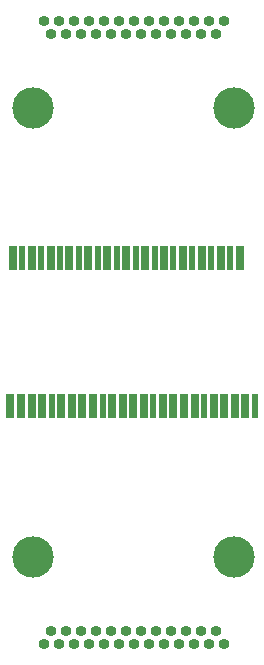
<source format=gbr>
%TF.GenerationSoftware,KiCad,Pcbnew,7.0.2*%
%TF.CreationDate,2023-10-04T18:59:29-06:00*%
%TF.ProjectId,micro-d-tes-aaray,6d696372-6f2d-4642-9d74-65732d616172,rev?*%
%TF.SameCoordinates,Original*%
%TF.FileFunction,Soldermask,Top*%
%TF.FilePolarity,Negative*%
%FSLAX46Y46*%
G04 Gerber Fmt 4.6, Leading zero omitted, Abs format (unit mm)*
G04 Created by KiCad (PCBNEW 7.0.2) date 2023-10-04 18:59:29*
%MOMM*%
%LPD*%
G01*
G04 APERTURE LIST*
%ADD10R,0.500000X2.000000*%
%ADD11R,0.700000X2.000000*%
%ADD12C,3.500000*%
%ADD13O,0.920000X0.920000*%
G04 APERTURE END LIST*
D10*
%TO.C,J17*%
X21100000Y-25500000D03*
%TD*%
D11*
%TO.C,J5*%
X20300000Y-25500000D03*
%TD*%
%TO.C,D11*%
X24500000Y-38000000D03*
%TD*%
D10*
%TO.C,D8*%
X19400000Y-38000000D03*
%TD*%
D11*
%TO.C,D22*%
X22000000Y-38000000D03*
%TD*%
%TO.C,D14*%
X8200000Y-38000000D03*
%TD*%
%TO.C,D6*%
X15900000Y-38000000D03*
%TD*%
%TO.C,J7*%
X17100000Y-25500000D03*
%TD*%
%TO.C,J11*%
X10700000Y-25500000D03*
%TD*%
D10*
%TO.C,J21*%
X14700000Y-25500000D03*
%TD*%
D12*
%TO.C,H1*%
X9250000Y-50750000D03*
%TD*%
D11*
%TO.C,D16*%
X11600000Y-38000000D03*
%TD*%
D10*
%TO.C,J20*%
X16300000Y-25500000D03*
%TD*%
D11*
%TO.C,J3*%
X23500000Y-25500000D03*
%TD*%
D12*
%TO.C,H4*%
X9250000Y-12750000D03*
%TD*%
D11*
%TO.C,J9*%
X13900000Y-25500000D03*
%TD*%
D10*
%TO.C,J15*%
X24300000Y-25500000D03*
%TD*%
D11*
%TO.C,J13*%
X7500000Y-25500000D03*
%TD*%
D10*
%TO.C,J25*%
X8300000Y-25500000D03*
%TD*%
D12*
%TO.C,H3*%
X26250000Y-50750000D03*
%TD*%
D11*
%TO.C,D5*%
X14300000Y-38000000D03*
%TD*%
%TO.C,D9*%
X21100000Y-38000000D03*
%TD*%
%TO.C,D4*%
X12500000Y-38000000D03*
%TD*%
%TO.C,D17*%
X13400000Y-38000000D03*
%TD*%
%TO.C,D7*%
X17700000Y-38000000D03*
%TD*%
%TO.C,D19*%
X16800000Y-38000000D03*
%TD*%
D10*
%TO.C,D3*%
X10800000Y-38000000D03*
%TD*%
D11*
%TO.C,D20*%
X18600000Y-38000000D03*
%TD*%
%TO.C,D21*%
X20200000Y-38000000D03*
%TD*%
%TO.C,D12*%
X26300000Y-38000000D03*
%TD*%
%TO.C,J4*%
X21900000Y-25500000D03*
%TD*%
%TO.C,D2*%
X9100000Y-38000000D03*
%TD*%
%TO.C,J1*%
X26700000Y-25500000D03*
%TD*%
D10*
%TO.C,J16*%
X22700000Y-25500000D03*
%TD*%
%TO.C,J14*%
X25900000Y-25500000D03*
%TD*%
D11*
%TO.C,D10*%
X22900000Y-38000000D03*
%TD*%
D10*
%TO.C,J18*%
X19500000Y-25500000D03*
%TD*%
%TO.C,J23*%
X11500000Y-25500000D03*
%TD*%
%TO.C,J24*%
X9900000Y-25500000D03*
%TD*%
%TO.C,J19*%
X17900000Y-25500000D03*
%TD*%
D11*
%TO.C,D25*%
X27200000Y-38000000D03*
%TD*%
%TO.C,J12*%
X9100000Y-25500000D03*
%TD*%
D10*
%TO.C,D23*%
X23700000Y-38000000D03*
%TD*%
%TO.C,D13*%
X28000000Y-38000000D03*
%TD*%
%TO.C,J22*%
X13100000Y-25500000D03*
%TD*%
D11*
%TO.C,D1*%
X7300000Y-38000000D03*
%TD*%
%TO.C,J8*%
X15500000Y-25500000D03*
%TD*%
%TO.C,J10*%
X12300000Y-25500000D03*
%TD*%
%TO.C,J6*%
X18700000Y-25500000D03*
%TD*%
%TO.C,D24*%
X25400000Y-38000000D03*
%TD*%
D10*
%TO.C,D18*%
X15100000Y-38000000D03*
%TD*%
D11*
%TO.C,D15*%
X10000000Y-38000000D03*
%TD*%
D12*
%TO.C,H2*%
X26250000Y-12750000D03*
%TD*%
D11*
%TO.C,J2*%
X25100000Y-25500000D03*
%TD*%
D13*
%TO.C,J99*%
X25370000Y-5374500D03*
X24100000Y-5374500D03*
X22830000Y-5374500D03*
X21560000Y-5374500D03*
X20290000Y-5374500D03*
X19020000Y-5374500D03*
X17750000Y-5374500D03*
X16480000Y-5374500D03*
X15210000Y-5374500D03*
X13940000Y-5374500D03*
X12670000Y-5374500D03*
X11400000Y-5374500D03*
X10130000Y-5374500D03*
X24735000Y-6474500D03*
X23465000Y-6474500D03*
X22195000Y-6474500D03*
X20925000Y-6474500D03*
X19655000Y-6474500D03*
X18385000Y-6474500D03*
X17115000Y-6474500D03*
X15845000Y-6474500D03*
X14575000Y-6474500D03*
X13305000Y-6474500D03*
X12035000Y-6474500D03*
X10765000Y-6474500D03*
%TD*%
%TO.C,J26*%
X10130000Y-58124500D03*
X11400000Y-58124500D03*
X12670000Y-58124500D03*
X13940000Y-58124500D03*
X15210000Y-58124500D03*
X16480000Y-58124500D03*
X17750000Y-58124500D03*
X19020000Y-58124500D03*
X20290000Y-58124500D03*
X21560000Y-58124500D03*
X22830000Y-58124500D03*
X24100000Y-58124500D03*
X25370000Y-58124500D03*
X10765000Y-57024500D03*
X12035000Y-57024500D03*
X13305000Y-57024500D03*
X14575000Y-57024500D03*
X15845000Y-57024500D03*
X17115000Y-57024500D03*
X18385000Y-57024500D03*
X19655000Y-57024500D03*
X20925000Y-57024500D03*
X22195000Y-57024500D03*
X23465000Y-57024500D03*
X24735000Y-57024500D03*
%TD*%
M02*

</source>
